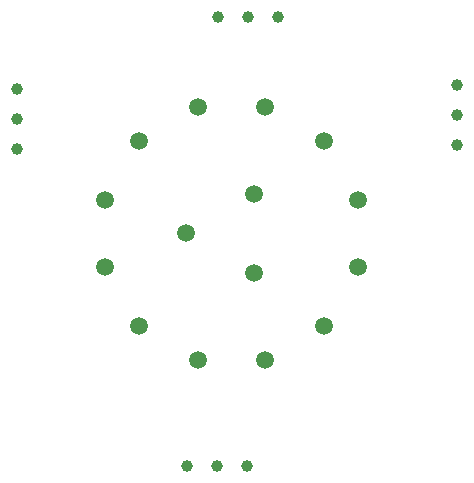
<source format=gbr>
%TF.GenerationSoftware,Altium Limited,Altium Designer,24.3.1 (35)*%
G04 Layer_Color=0*
%FSLAX45Y45*%
%MOMM*%
%TF.SameCoordinates,7C6FA559-6846-49D2-A138-5929247D84D2*%
%TF.FilePolarity,Positive*%
%TF.FileFunction,Plated,1,2,PTH,Drill*%
%TF.Part,Single*%
G01*
G75*
%TA.AperFunction,ComponentDrill*%
%ADD15C,1.50000*%
%ADD16C,1.00000*%
%ADD17C,1.00000*%
D15*
X4115300Y4126800D02*
D03*
X3828000Y4624400D02*
D03*
Y5199000D02*
D03*
X4115300Y5696600D02*
D03*
X4612900Y5983900D02*
D03*
X5187500D02*
D03*
X5685100Y5696600D02*
D03*
X5972400Y5199000D02*
D03*
Y4624400D02*
D03*
X5685100Y4126800D02*
D03*
X5187500Y3839500D02*
D03*
X4612900D02*
D03*
X4515200Y4911700D02*
D03*
X5092700Y5245100D02*
D03*
Y4578300D02*
D03*
D16*
X4521200Y2946400D02*
D03*
X4775200D02*
D03*
X5029200D02*
D03*
X5295900Y6743700D02*
D03*
X5041900D02*
D03*
X4787900D02*
D03*
D17*
X6807200Y5664200D02*
D03*
Y5918200D02*
D03*
Y6172200D02*
D03*
X3086100Y6134100D02*
D03*
Y5880100D02*
D03*
Y5626100D02*
D03*
%TF.MD5,5be98c2b887dbda76fa10fbd0f1b1dd5*%
M02*

</source>
